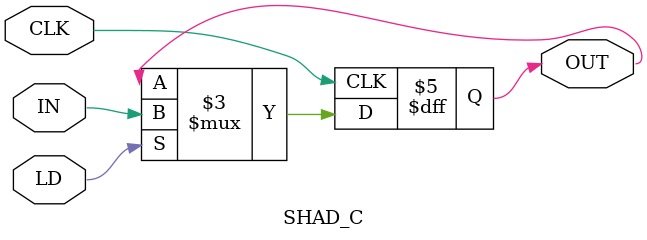
<source format=sv>
`timescale 1ns / 1ps


module SHAD_C(
    input LD, IN, CLK,
    output logic OUT
    );
        
    always_ff @(posedge CLK) begin
        if(LD == 1)begin
            OUT <= IN;
        end
    end
endmodule

</source>
